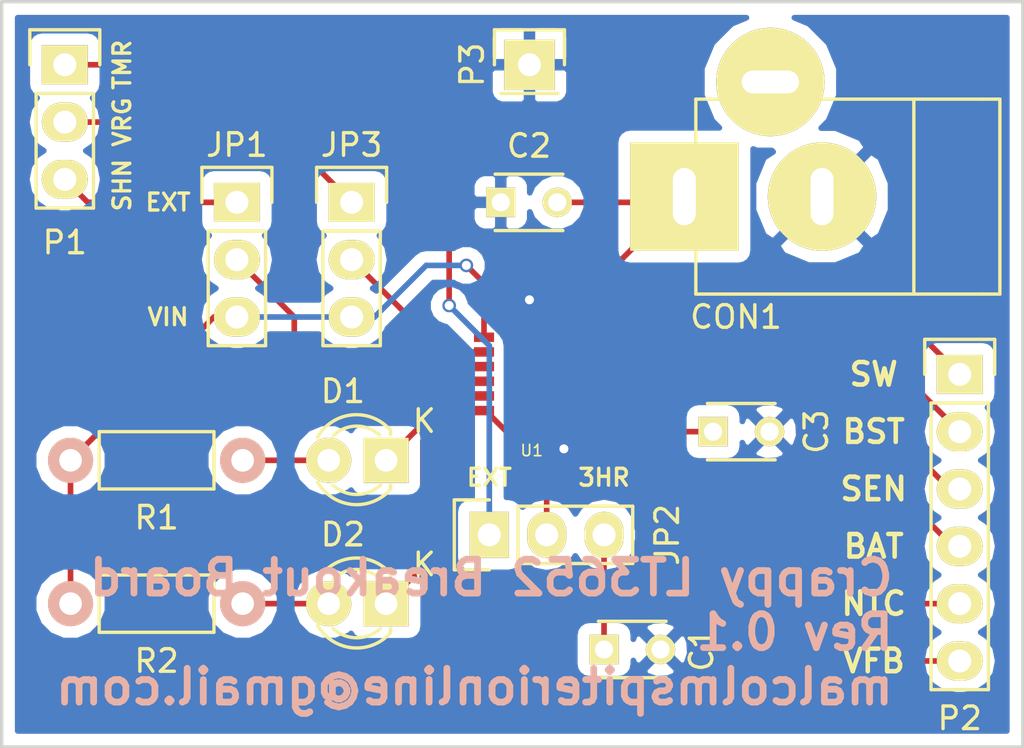
<source format=kicad_pcb>
(kicad_pcb (version 4) (host pcbnew 4.0.1-stable)

  (general
    (links 29)
    (no_connects 0)
    (area 123.876999 91.364999 169.239001 124.535001)
    (thickness 1.6)
    (drawings 18)
    (tracks 73)
    (zones 0)
    (modules 15)
    (nets 21)
  )

  (page A4)
  (title_block
    (title "Crappy LT3652 Breakout")
    (date 2016-02-16)
    (rev 0.1)
    (company "Malcolm Spiteri")
  )

  (layers
    (0 F.Cu signal)
    (31 B.Cu signal hide)
    (32 B.Adhes user)
    (33 F.Adhes user)
    (34 B.Paste user)
    (35 F.Paste user)
    (36 B.SilkS user)
    (37 F.SilkS user)
    (38 B.Mask user)
    (39 F.Mask user)
    (40 Dwgs.User user)
    (41 Cmts.User user)
    (42 Eco1.User user)
    (43 Eco2.User user)
    (44 Edge.Cuts user)
    (45 Margin user)
    (46 B.CrtYd user)
    (47 F.CrtYd user)
    (48 B.Fab user)
    (49 F.Fab user)
  )

  (setup
    (last_trace_width 0.25)
    (trace_clearance 0.2)
    (zone_clearance 0.508)
    (zone_45_only no)
    (trace_min 0.2)
    (segment_width 0.2)
    (edge_width 0.15)
    (via_size 0.6)
    (via_drill 0.4)
    (via_min_size 0.4)
    (via_min_drill 0.3)
    (uvia_size 0.3)
    (uvia_drill 0.1)
    (uvias_allowed no)
    (uvia_min_size 0.2)
    (uvia_min_drill 0.1)
    (pcb_text_width 0.3)
    (pcb_text_size 1.5 1.5)
    (mod_edge_width 0.15)
    (mod_text_size 1 1)
    (mod_text_width 0.15)
    (pad_size 1.524 1.524)
    (pad_drill 0.762)
    (pad_to_mask_clearance 0.2)
    (aux_axis_origin 0 0)
    (grid_origin 147.066 107.95)
    (visible_elements 7FFCFFFF)
    (pcbplotparams
      (layerselection 0x010f0_80000001)
      (usegerberextensions false)
      (excludeedgelayer true)
      (linewidth 0.100000)
      (plotframeref false)
      (viasonmask false)
      (mode 1)
      (useauxorigin false)
      (hpglpennumber 1)
      (hpglpenspeed 20)
      (hpglpendiameter 15)
      (hpglpenoverlay 2)
      (psnegative false)
      (psa4output false)
      (plotreference true)
      (plotvalue true)
      (plotinvisibletext false)
      (padsonsilk false)
      (subtractmaskfromsilk false)
      (outputformat 1)
      (mirror false)
      (drillshape 0)
      (scaleselection 1)
      (outputdirectory gerber/))
  )

  (net 0 "")
  (net 1 "Net-(D1-Pad1)")
  (net 2 "Net-(D1-Pad2)")
  (net 3 "Net-(D2-Pad1)")
  (net 4 "Net-(D2-Pad2)")
  (net 5 "Net-(JP1-Pad1)")
  (net 6 VREG)
  (net 7 VIN)
  (net 8 "Net-(JP2-Pad1)")
  (net 9 TIMER)
  (net 10 "Net-(C1-Pad1)")
  (net 11 "Net-(JP3-Pad1)")
  (net 12 SHDN)
  (net 13 GND)
  (net 14 "Net-(CON1-Pad3)")
  (net 15 "Net-(C3-Pad1)")
  (net 16 "Net-(P2-Pad1)")
  (net 17 "Net-(P2-Pad2)")
  (net 18 "Net-(P2-Pad3)")
  (net 19 "Net-(P2-Pad5)")
  (net 20 "Net-(P2-Pad6)")

  (net_class Default "This is the default net class."
    (clearance 0.2)
    (trace_width 0.25)
    (via_dia 0.6)
    (via_drill 0.4)
    (uvia_dia 0.3)
    (uvia_drill 0.1)
    (add_net GND)
    (add_net "Net-(C1-Pad1)")
    (add_net "Net-(C3-Pad1)")
    (add_net "Net-(CON1-Pad3)")
    (add_net "Net-(D1-Pad1)")
    (add_net "Net-(D1-Pad2)")
    (add_net "Net-(D2-Pad1)")
    (add_net "Net-(D2-Pad2)")
    (add_net "Net-(JP1-Pad1)")
    (add_net "Net-(JP2-Pad1)")
    (add_net "Net-(JP3-Pad1)")
    (add_net "Net-(P2-Pad1)")
    (add_net "Net-(P2-Pad2)")
    (add_net "Net-(P2-Pad3)")
    (add_net "Net-(P2-Pad5)")
    (add_net "Net-(P2-Pad6)")
    (add_net SHDN)
    (add_net TIMER)
    (add_net VIN)
    (add_net VREG)
  )

  (module Capacitors_ThroughHole:C_Disc_D3_P2.5 (layer F.Cu) (tedit 56C3660B) (tstamp 56C26F47)
    (at 150.622 120.142)
    (descr "Capacitor 3mm Disc, Pitch 2.5mm")
    (tags Capacitor)
    (path /56C2AA0E)
    (fp_text reference C1 (at 4.318 0 90) (layer F.SilkS)
      (effects (font (size 1 1) (thickness 0.15)))
    )
    (fp_text value 0.68uF (at 1.25 2.5) (layer F.Fab)
      (effects (font (size 0.5 0.5) (thickness 0.075)))
    )
    (fp_line (start -0.9 -1.5) (end 3.4 -1.5) (layer F.CrtYd) (width 0.05))
    (fp_line (start 3.4 -1.5) (end 3.4 1.5) (layer F.CrtYd) (width 0.05))
    (fp_line (start 3.4 1.5) (end -0.9 1.5) (layer F.CrtYd) (width 0.05))
    (fp_line (start -0.9 1.5) (end -0.9 -1.5) (layer F.CrtYd) (width 0.05))
    (fp_line (start -0.25 -1.25) (end 2.75 -1.25) (layer F.SilkS) (width 0.15))
    (fp_line (start 2.75 1.25) (end -0.25 1.25) (layer F.SilkS) (width 0.15))
    (pad 1 thru_hole rect (at 0 0) (size 1.3 1.3) (drill 0.8) (layers *.Cu *.Mask F.SilkS)
      (net 10 "Net-(C1-Pad1)"))
    (pad 2 thru_hole circle (at 2.5 0) (size 1.3 1.3) (drill 0.8001) (layers *.Cu *.Mask F.SilkS)
      (net 13 GND))
    (model Capacitors_ThroughHole.3dshapes/C_Disc_D3_P2.5.wrl
      (at (xyz 0.0492126 0 0))
      (scale (xyz 1 1 1))
      (rotate (xyz 0 0 0))
    )
  )

  (module Connect:JACK_ALIM (layer F.Cu) (tedit 56C3685B) (tstamp 56C26F5A)
    (at 160.274 100.076 180)
    (descr "module 1 pin (ou trou mecanique de percage)")
    (tags "CONN JACK")
    (path /56C2A4EA)
    (fp_text reference CON1 (at 3.81 -5.334 180) (layer F.SilkS)
      (effects (font (size 1 1) (thickness 0.15)))
    )
    (fp_text value "SLR PNL" (at -5.08 5.588 180) (layer F.Fab)
      (effects (font (size 1 1) (thickness 0.15)))
    )
    (fp_line (start -7.112 -4.318) (end -7.874 -4.318) (layer F.SilkS) (width 0.15))
    (fp_line (start -7.874 -4.318) (end -7.874 4.318) (layer F.SilkS) (width 0.15))
    (fp_line (start -7.874 4.318) (end -7.112 4.318) (layer F.SilkS) (width 0.15))
    (fp_line (start -4.064 -4.318) (end -4.064 4.318) (layer F.SilkS) (width 0.15))
    (fp_line (start 5.588 -4.318) (end 5.588 4.318) (layer F.SilkS) (width 0.15))
    (fp_line (start -7.112 4.318) (end 5.588 4.318) (layer F.SilkS) (width 0.15))
    (fp_line (start -7.112 -4.318) (end 5.588 -4.318) (layer F.SilkS) (width 0.15))
    (pad 2 thru_hole circle (at 0 0 180) (size 4.8006 4.8006) (drill oval 1.016 2.54) (layers *.Cu *.Mask F.SilkS)
      (net 13 GND))
    (pad 1 thru_hole rect (at 6.096 0 180) (size 4.8006 4.8006) (drill oval 1.016 2.54) (layers *.Cu *.Mask F.SilkS)
      (net 7 VIN))
    (pad 3 thru_hole circle (at 2.286 5.08 180) (size 4.8006 4.8006) (drill oval 2.54 1.016) (layers *.Cu *.Mask F.SilkS)
      (net 14 "Net-(CON1-Pad3)"))
    (model Connect.3dshapes/JACK_ALIM.wrl
      (at (xyz 0 0 0))
      (scale (xyz 0.8 0.8 0.8))
      (rotate (xyz 0 0 0))
    )
  )

  (module LEDs:LED-3MM (layer F.Cu) (tedit 56C3662F) (tstamp 56C26F60)
    (at 140.97 111.76 180)
    (descr "LED 3mm round vertical")
    (tags "LED  3mm round vertical")
    (path /56C26334)
    (fp_text reference D1 (at 1.91 3.06 180) (layer F.SilkS)
      (effects (font (size 1 1) (thickness 0.15)))
    )
    (fp_text value "" (at 1.3 -2.9 180) (layer F.Fab)
      (effects (font (size 1 1) (thickness 0.15)))
    )
    (fp_line (start -1.2 2.3) (end 3.8 2.3) (layer F.CrtYd) (width 0.05))
    (fp_line (start 3.8 2.3) (end 3.8 -2.2) (layer F.CrtYd) (width 0.05))
    (fp_line (start 3.8 -2.2) (end -1.2 -2.2) (layer F.CrtYd) (width 0.05))
    (fp_line (start -1.2 -2.2) (end -1.2 2.3) (layer F.CrtYd) (width 0.05))
    (fp_line (start -0.199 1.314) (end -0.199 1.114) (layer F.SilkS) (width 0.15))
    (fp_line (start -0.199 -1.28) (end -0.199 -1.1) (layer F.SilkS) (width 0.15))
    (fp_arc (start 1.301 0.034) (end -0.199 -1.286) (angle 108.5) (layer F.SilkS) (width 0.15))
    (fp_arc (start 1.301 0.034) (end 0.25 -1.1) (angle 85.7) (layer F.SilkS) (width 0.15))
    (fp_arc (start 1.311 0.034) (end 3.051 0.994) (angle 110) (layer F.SilkS) (width 0.15))
    (fp_arc (start 1.301 0.034) (end 2.335 1.094) (angle 87.5) (layer F.SilkS) (width 0.15))
    (fp_text user K (at -1.69 1.74 180) (layer F.SilkS)
      (effects (font (size 1 1) (thickness 0.15)))
    )
    (pad 1 thru_hole rect (at 0 0 270) (size 2 2) (drill 1.00076) (layers *.Cu *.Mask F.SilkS)
      (net 1 "Net-(D1-Pad1)"))
    (pad 2 thru_hole circle (at 2.54 0 180) (size 2 2) (drill 1.00076) (layers *.Cu *.Mask F.SilkS)
      (net 2 "Net-(D1-Pad2)"))
    (model LEDs.3dshapes/LED-3MM.wrl
      (at (xyz 0.05 0 0))
      (scale (xyz 1 1 1))
      (rotate (xyz 0 0 90))
    )
  )

  (module LEDs:LED-3MM (layer F.Cu) (tedit 56C36635) (tstamp 56C26F66)
    (at 140.97 118.11 180)
    (descr "LED 3mm round vertical")
    (tags "LED  3mm round vertical")
    (path /56C2636F)
    (fp_text reference D2 (at 1.91 3.06 180) (layer F.SilkS)
      (effects (font (size 1 1) (thickness 0.15)))
    )
    (fp_text value "" (at 1.3 -2.9 180) (layer F.Fab)
      (effects (font (size 1 1) (thickness 0.15)))
    )
    (fp_line (start -1.2 2.3) (end 3.8 2.3) (layer F.CrtYd) (width 0.05))
    (fp_line (start 3.8 2.3) (end 3.8 -2.2) (layer F.CrtYd) (width 0.05))
    (fp_line (start 3.8 -2.2) (end -1.2 -2.2) (layer F.CrtYd) (width 0.05))
    (fp_line (start -1.2 -2.2) (end -1.2 2.3) (layer F.CrtYd) (width 0.05))
    (fp_line (start -0.199 1.314) (end -0.199 1.114) (layer F.SilkS) (width 0.15))
    (fp_line (start -0.199 -1.28) (end -0.199 -1.1) (layer F.SilkS) (width 0.15))
    (fp_arc (start 1.301 0.034) (end -0.199 -1.286) (angle 108.5) (layer F.SilkS) (width 0.15))
    (fp_arc (start 1.301 0.034) (end 0.25 -1.1) (angle 85.7) (layer F.SilkS) (width 0.15))
    (fp_arc (start 1.311 0.034) (end 3.051 0.994) (angle 110) (layer F.SilkS) (width 0.15))
    (fp_arc (start 1.301 0.034) (end 2.335 1.094) (angle 87.5) (layer F.SilkS) (width 0.15))
    (fp_text user K (at -1.69 1.74 180) (layer F.SilkS)
      (effects (font (size 1 1) (thickness 0.15)))
    )
    (pad 1 thru_hole rect (at 0 0 270) (size 2 2) (drill 1.00076) (layers *.Cu *.Mask F.SilkS)
      (net 3 "Net-(D2-Pad1)"))
    (pad 2 thru_hole circle (at 2.54 0 180) (size 2 2) (drill 1.00076) (layers *.Cu *.Mask F.SilkS)
      (net 4 "Net-(D2-Pad2)"))
    (model LEDs.3dshapes/LED-3MM.wrl
      (at (xyz 0.05 0 0))
      (scale (xyz 1 1 1))
      (rotate (xyz 0 0 90))
    )
  )

  (module Pin_Headers:Pin_Header_Straight_1x03 (layer F.Cu) (tedit 56C36E31) (tstamp 56C26F6D)
    (at 134.366 100.33)
    (descr "Through hole pin header")
    (tags "pin header")
    (path /56C26FC5)
    (fp_text reference JP1 (at 0 -2.54 180) (layer F.SilkS)
      (effects (font (size 1 1) (thickness 0.15)))
    )
    (fp_text value "SHDN OPT" (at 2.54 2.54 90) (layer F.Fab)
      (effects (font (size 1 1) (thickness 0.15)))
    )
    (fp_line (start -1.75 -1.75) (end -1.75 6.85) (layer F.CrtYd) (width 0.05))
    (fp_line (start 1.75 -1.75) (end 1.75 6.85) (layer F.CrtYd) (width 0.05))
    (fp_line (start -1.75 -1.75) (end 1.75 -1.75) (layer F.CrtYd) (width 0.05))
    (fp_line (start -1.75 6.85) (end 1.75 6.85) (layer F.CrtYd) (width 0.05))
    (fp_line (start -1.27 1.27) (end -1.27 6.35) (layer F.SilkS) (width 0.15))
    (fp_line (start -1.27 6.35) (end 1.27 6.35) (layer F.SilkS) (width 0.15))
    (fp_line (start 1.27 6.35) (end 1.27 1.27) (layer F.SilkS) (width 0.15))
    (fp_line (start 1.55 -1.55) (end 1.55 0) (layer F.SilkS) (width 0.15))
    (fp_line (start 1.27 1.27) (end -1.27 1.27) (layer F.SilkS) (width 0.15))
    (fp_line (start -1.55 0) (end -1.55 -1.55) (layer F.SilkS) (width 0.15))
    (fp_line (start -1.55 -1.55) (end 1.55 -1.55) (layer F.SilkS) (width 0.15))
    (pad 1 thru_hole rect (at 0 0) (size 2.032 1.7272) (drill 1.016) (layers *.Cu *.Mask F.SilkS)
      (net 5 "Net-(JP1-Pad1)"))
    (pad 2 thru_hole oval (at 0 2.54) (size 2.032 1.7272) (drill 1.016) (layers *.Cu *.Mask F.SilkS)
      (net 12 SHDN))
    (pad 3 thru_hole oval (at 0 5.08) (size 2.032 1.7272) (drill 1.016) (layers *.Cu *.Mask F.SilkS)
      (net 7 VIN))
    (model Pin_Headers.3dshapes/Pin_Header_Straight_1x03.wrl
      (at (xyz 0 -0.1 0))
      (scale (xyz 1 1 1))
      (rotate (xyz 0 0 90))
    )
  )

  (module Pin_Headers:Pin_Header_Straight_1x03 (layer F.Cu) (tedit 56C36848) (tstamp 56C26F74)
    (at 145.542 115.062 90)
    (descr "Through hole pin header")
    (tags "pin header")
    (path /56C28A94)
    (fp_text reference JP2 (at 0 7.874 270) (layer F.SilkS)
      (effects (font (size 1 1) (thickness 0.15)))
    )
    (fp_text value "TIMER OPT" (at -2.54 2.54 180) (layer F.Fab)
      (effects (font (size 1 1) (thickness 0.15)))
    )
    (fp_line (start -1.75 -1.75) (end -1.75 6.85) (layer F.CrtYd) (width 0.05))
    (fp_line (start 1.75 -1.75) (end 1.75 6.85) (layer F.CrtYd) (width 0.05))
    (fp_line (start -1.75 -1.75) (end 1.75 -1.75) (layer F.CrtYd) (width 0.05))
    (fp_line (start -1.75 6.85) (end 1.75 6.85) (layer F.CrtYd) (width 0.05))
    (fp_line (start -1.27 1.27) (end -1.27 6.35) (layer F.SilkS) (width 0.15))
    (fp_line (start -1.27 6.35) (end 1.27 6.35) (layer F.SilkS) (width 0.15))
    (fp_line (start 1.27 6.35) (end 1.27 1.27) (layer F.SilkS) (width 0.15))
    (fp_line (start 1.55 -1.55) (end 1.55 0) (layer F.SilkS) (width 0.15))
    (fp_line (start 1.27 1.27) (end -1.27 1.27) (layer F.SilkS) (width 0.15))
    (fp_line (start -1.55 0) (end -1.55 -1.55) (layer F.SilkS) (width 0.15))
    (fp_line (start -1.55 -1.55) (end 1.55 -1.55) (layer F.SilkS) (width 0.15))
    (pad 1 thru_hole rect (at 0 0 90) (size 2.032 1.7272) (drill 1.016) (layers *.Cu *.Mask F.SilkS)
      (net 8 "Net-(JP2-Pad1)"))
    (pad 2 thru_hole oval (at 0 2.54 90) (size 2.032 1.7272) (drill 1.016) (layers *.Cu *.Mask F.SilkS)
      (net 9 TIMER))
    (pad 3 thru_hole oval (at 0 5.08 90) (size 2.032 1.7272) (drill 1.016) (layers *.Cu *.Mask F.SilkS)
      (net 10 "Net-(C1-Pad1)"))
    (model Pin_Headers.3dshapes/Pin_Header_Straight_1x03.wrl
      (at (xyz 0 -0.1 0))
      (scale (xyz 1 1 1))
      (rotate (xyz 0 0 90))
    )
  )

  (module Pin_Headers:Pin_Header_Straight_1x03 (layer F.Cu) (tedit 56C3670A) (tstamp 56C26F7B)
    (at 139.446 100.33)
    (descr "Through hole pin header")
    (tags "pin header")
    (path /56C28546)
    (fp_text reference JP3 (at 0 -2.54) (layer F.SilkS)
      (effects (font (size 1 1) (thickness 0.15)))
    )
    (fp_text value "VREG OPT" (at 2.54 2.54 90) (layer F.Fab)
      (effects (font (size 1 1) (thickness 0.15)))
    )
    (fp_line (start -1.75 -1.75) (end -1.75 6.85) (layer F.CrtYd) (width 0.05))
    (fp_line (start 1.75 -1.75) (end 1.75 6.85) (layer F.CrtYd) (width 0.05))
    (fp_line (start -1.75 -1.75) (end 1.75 -1.75) (layer F.CrtYd) (width 0.05))
    (fp_line (start -1.75 6.85) (end 1.75 6.85) (layer F.CrtYd) (width 0.05))
    (fp_line (start -1.27 1.27) (end -1.27 6.35) (layer F.SilkS) (width 0.15))
    (fp_line (start -1.27 6.35) (end 1.27 6.35) (layer F.SilkS) (width 0.15))
    (fp_line (start 1.27 6.35) (end 1.27 1.27) (layer F.SilkS) (width 0.15))
    (fp_line (start 1.55 -1.55) (end 1.55 0) (layer F.SilkS) (width 0.15))
    (fp_line (start 1.27 1.27) (end -1.27 1.27) (layer F.SilkS) (width 0.15))
    (fp_line (start -1.55 0) (end -1.55 -1.55) (layer F.SilkS) (width 0.15))
    (fp_line (start -1.55 -1.55) (end 1.55 -1.55) (layer F.SilkS) (width 0.15))
    (pad 1 thru_hole rect (at 0 0) (size 2.032 1.7272) (drill 1.016) (layers *.Cu *.Mask F.SilkS)
      (net 11 "Net-(JP3-Pad1)"))
    (pad 2 thru_hole oval (at 0 2.54) (size 2.032 1.7272) (drill 1.016) (layers *.Cu *.Mask F.SilkS)
      (net 6 VREG))
    (pad 3 thru_hole oval (at 0 5.08) (size 2.032 1.7272) (drill 1.016) (layers *.Cu *.Mask F.SilkS)
      (net 7 VIN))
    (model Pin_Headers.3dshapes/Pin_Header_Straight_1x03.wrl
      (at (xyz 0 -0.1 0))
      (scale (xyz 1 1 1))
      (rotate (xyz 0 0 90))
    )
  )

  (module Pin_Headers:Pin_Header_Straight_1x03 (layer F.Cu) (tedit 56C36C31) (tstamp 56C26F82)
    (at 126.746 94.234)
    (descr "Through hole pin header")
    (tags "pin header")
    (path /56C28292)
    (fp_text reference P1 (at 0 7.874) (layer F.SilkS)
      (effects (font (size 1 1) (thickness 0.15)))
    )
    (fp_text value "" (at 2.54 2.54 90) (layer F.Fab)
      (effects (font (size 1 1) (thickness 0.15)))
    )
    (fp_line (start -1.75 -1.75) (end -1.75 6.85) (layer F.CrtYd) (width 0.05))
    (fp_line (start 1.75 -1.75) (end 1.75 6.85) (layer F.CrtYd) (width 0.05))
    (fp_line (start -1.75 -1.75) (end 1.75 -1.75) (layer F.CrtYd) (width 0.05))
    (fp_line (start -1.75 6.85) (end 1.75 6.85) (layer F.CrtYd) (width 0.05))
    (fp_line (start -1.27 1.27) (end -1.27 6.35) (layer F.SilkS) (width 0.15))
    (fp_line (start -1.27 6.35) (end 1.27 6.35) (layer F.SilkS) (width 0.15))
    (fp_line (start 1.27 6.35) (end 1.27 1.27) (layer F.SilkS) (width 0.15))
    (fp_line (start 1.55 -1.55) (end 1.55 0) (layer F.SilkS) (width 0.15))
    (fp_line (start 1.27 1.27) (end -1.27 1.27) (layer F.SilkS) (width 0.15))
    (fp_line (start -1.55 0) (end -1.55 -1.55) (layer F.SilkS) (width 0.15))
    (fp_line (start -1.55 -1.55) (end 1.55 -1.55) (layer F.SilkS) (width 0.15))
    (pad 1 thru_hole rect (at 0 0) (size 2.032 1.7272) (drill 1.016) (layers *.Cu *.Mask F.SilkS)
      (net 8 "Net-(JP2-Pad1)"))
    (pad 2 thru_hole oval (at 0 2.54) (size 2.032 1.7272) (drill 1.016) (layers *.Cu *.Mask F.SilkS)
      (net 11 "Net-(JP3-Pad1)"))
    (pad 3 thru_hole oval (at 0 5.08) (size 2.032 1.7272) (drill 1.016) (layers *.Cu *.Mask F.SilkS)
      (net 5 "Net-(JP1-Pad1)"))
    (model Pin_Headers.3dshapes/Pin_Header_Straight_1x03.wrl
      (at (xyz 0 -0.1 0))
      (scale (xyz 1 1 1))
      (rotate (xyz 0 0 90))
    )
  )

  (module Pin_Headers:Pin_Header_Straight_1x06 (layer F.Cu) (tedit 56C35F9F) (tstamp 56C26F8C)
    (at 166.37 107.95)
    (descr "Through hole pin header")
    (tags "pin header")
    (path /56C21C8F)
    (fp_text reference P2 (at 0 15.24) (layer F.SilkS)
      (effects (font (size 1 1) (thickness 0.15)))
    )
    (fp_text value "" (at 2.54 6.35 90) (layer F.Fab)
      (effects (font (size 1 1) (thickness 0.15)))
    )
    (fp_line (start -1.75 -1.75) (end -1.75 14.45) (layer F.CrtYd) (width 0.05))
    (fp_line (start 1.75 -1.75) (end 1.75 14.45) (layer F.CrtYd) (width 0.05))
    (fp_line (start -1.75 -1.75) (end 1.75 -1.75) (layer F.CrtYd) (width 0.05))
    (fp_line (start -1.75 14.45) (end 1.75 14.45) (layer F.CrtYd) (width 0.05))
    (fp_line (start 1.27 1.27) (end 1.27 13.97) (layer F.SilkS) (width 0.15))
    (fp_line (start 1.27 13.97) (end -1.27 13.97) (layer F.SilkS) (width 0.15))
    (fp_line (start -1.27 13.97) (end -1.27 1.27) (layer F.SilkS) (width 0.15))
    (fp_line (start 1.55 -1.55) (end 1.55 0) (layer F.SilkS) (width 0.15))
    (fp_line (start 1.27 1.27) (end -1.27 1.27) (layer F.SilkS) (width 0.15))
    (fp_line (start -1.55 0) (end -1.55 -1.55) (layer F.SilkS) (width 0.15))
    (fp_line (start -1.55 -1.55) (end 1.55 -1.55) (layer F.SilkS) (width 0.15))
    (pad 1 thru_hole rect (at 0 0) (size 2.032 1.7272) (drill 1.016) (layers *.Cu *.Mask F.SilkS)
      (net 16 "Net-(P2-Pad1)"))
    (pad 2 thru_hole oval (at 0 2.54) (size 2.032 1.7272) (drill 1.016) (layers *.Cu *.Mask F.SilkS)
      (net 17 "Net-(P2-Pad2)"))
    (pad 3 thru_hole oval (at 0 5.08) (size 2.032 1.7272) (drill 1.016) (layers *.Cu *.Mask F.SilkS)
      (net 18 "Net-(P2-Pad3)"))
    (pad 4 thru_hole oval (at 0 7.62) (size 2.032 1.7272) (drill 1.016) (layers *.Cu *.Mask F.SilkS)
      (net 15 "Net-(C3-Pad1)"))
    (pad 5 thru_hole oval (at 0 10.16) (size 2.032 1.7272) (drill 1.016) (layers *.Cu *.Mask F.SilkS)
      (net 19 "Net-(P2-Pad5)"))
    (pad 6 thru_hole oval (at 0 12.7) (size 2.032 1.7272) (drill 1.016) (layers *.Cu *.Mask F.SilkS)
      (net 20 "Net-(P2-Pad6)"))
    (model Pin_Headers.3dshapes/Pin_Header_Straight_1x06.wrl
      (at (xyz 0 -0.25 0))
      (scale (xyz 1 1 1))
      (rotate (xyz 0 0 90))
    )
  )

  (module Pin_Headers:Pin_Header_Straight_1x01 (layer F.Cu) (tedit 56C366C5) (tstamp 56C26F91)
    (at 147.32 94.234)
    (descr "Through hole pin header")
    (tags "pin header")
    (path /56C22D2B)
    (fp_text reference P3 (at -2.54 0 90) (layer F.SilkS)
      (effects (font (size 1 1) (thickness 0.15)))
    )
    (fp_text value GND (at 2.794 0 90) (layer F.Fab)
      (effects (font (size 1 1) (thickness 0.15)))
    )
    (fp_line (start 1.55 -1.55) (end 1.55 0) (layer F.SilkS) (width 0.15))
    (fp_line (start -1.75 -1.75) (end -1.75 1.75) (layer F.CrtYd) (width 0.05))
    (fp_line (start 1.75 -1.75) (end 1.75 1.75) (layer F.CrtYd) (width 0.05))
    (fp_line (start -1.75 -1.75) (end 1.75 -1.75) (layer F.CrtYd) (width 0.05))
    (fp_line (start -1.75 1.75) (end 1.75 1.75) (layer F.CrtYd) (width 0.05))
    (fp_line (start -1.55 0) (end -1.55 -1.55) (layer F.SilkS) (width 0.15))
    (fp_line (start -1.55 -1.55) (end 1.55 -1.55) (layer F.SilkS) (width 0.15))
    (fp_line (start -1.27 1.27) (end 1.27 1.27) (layer F.SilkS) (width 0.15))
    (pad 1 thru_hole rect (at 0 0) (size 2.2352 2.2352) (drill 1.016) (layers *.Cu *.Mask F.SilkS)
      (net 13 GND))
    (model Pin_Headers.3dshapes/Pin_Header_Straight_1x01.wrl
      (at (xyz 0 0 0))
      (scale (xyz 1 1 1))
      (rotate (xyz 0 0 90))
    )
  )

  (module Resistors_ThroughHole:Resistor_Horizontal_RM7mm (layer F.Cu) (tedit 56C27671) (tstamp 56C26F97)
    (at 134.62 111.76 180)
    (descr "Resistor, Axial,  RM 7.62mm, 1/3W,")
    (tags "Resistor Axial RM 7.62mm 1/3W R3")
    (path /56C263E6)
    (fp_text reference R1 (at 3.81 -2.54 180) (layer F.SilkS)
      (effects (font (size 1 1) (thickness 0.15)))
    )
    (fp_text value 220 (at 7.62 2.54 180) (layer F.Fab)
      (effects (font (size 1 1) (thickness 0.15)))
    )
    (fp_line (start -1.25 -1.5) (end 8.85 -1.5) (layer F.CrtYd) (width 0.05))
    (fp_line (start -1.25 1.5) (end -1.25 -1.5) (layer F.CrtYd) (width 0.05))
    (fp_line (start 8.85 -1.5) (end 8.85 1.5) (layer F.CrtYd) (width 0.05))
    (fp_line (start -1.25 1.5) (end 8.85 1.5) (layer F.CrtYd) (width 0.05))
    (fp_line (start 1.27 -1.27) (end 6.35 -1.27) (layer F.SilkS) (width 0.15))
    (fp_line (start 6.35 -1.27) (end 6.35 1.27) (layer F.SilkS) (width 0.15))
    (fp_line (start 6.35 1.27) (end 1.27 1.27) (layer F.SilkS) (width 0.15))
    (fp_line (start 1.27 1.27) (end 1.27 -1.27) (layer F.SilkS) (width 0.15))
    (pad 1 thru_hole circle (at 0 0 180) (size 1.99898 1.99898) (drill 1.00076) (layers *.Cu *.SilkS *.Mask)
      (net 2 "Net-(D1-Pad2)"))
    (pad 2 thru_hole circle (at 7.62 0 180) (size 1.99898 1.99898) (drill 1.00076) (layers *.Cu *.SilkS *.Mask)
      (net 7 VIN))
  )

  (module Resistors_ThroughHole:Resistor_Horizontal_RM7mm (layer F.Cu) (tedit 56C27673) (tstamp 56C26F9D)
    (at 134.62 118.11 180)
    (descr "Resistor, Axial,  RM 7.62mm, 1/3W,")
    (tags "Resistor Axial RM 7.62mm 1/3W R3")
    (path /56C26441)
    (fp_text reference R2 (at 3.81 -2.54 180) (layer F.SilkS)
      (effects (font (size 1 1) (thickness 0.15)))
    )
    (fp_text value 220 (at 7.62 2.54 180) (layer F.Fab)
      (effects (font (size 1 1) (thickness 0.15)))
    )
    (fp_line (start -1.25 -1.5) (end 8.85 -1.5) (layer F.CrtYd) (width 0.05))
    (fp_line (start -1.25 1.5) (end -1.25 -1.5) (layer F.CrtYd) (width 0.05))
    (fp_line (start 8.85 -1.5) (end 8.85 1.5) (layer F.CrtYd) (width 0.05))
    (fp_line (start -1.25 1.5) (end 8.85 1.5) (layer F.CrtYd) (width 0.05))
    (fp_line (start 1.27 -1.27) (end 6.35 -1.27) (layer F.SilkS) (width 0.15))
    (fp_line (start 6.35 -1.27) (end 6.35 1.27) (layer F.SilkS) (width 0.15))
    (fp_line (start 6.35 1.27) (end 1.27 1.27) (layer F.SilkS) (width 0.15))
    (fp_line (start 1.27 1.27) (end 1.27 -1.27) (layer F.SilkS) (width 0.15))
    (pad 1 thru_hole circle (at 0 0 180) (size 1.99898 1.99898) (drill 1.00076) (layers *.Cu *.SilkS *.Mask)
      (net 4 "Net-(D2-Pad2)"))
    (pad 2 thru_hole circle (at 7.62 0 180) (size 1.99898 1.99898) (drill 1.00076) (layers *.Cu *.SilkS *.Mask)
      (net 7 VIN))
  )

  (module lt3652:LT3652MSE (layer F.Cu) (tedit 56C23029) (tstamp 56C26FAE)
    (at 147.32 107.95)
    (path /56C21ABA)
    (fp_text reference U1 (at 0.1 3.375) (layer F.SilkS)
      (effects (font (size 0.5 0.5) (thickness 0.075)))
    )
    (fp_text value LT3652 (at 0.075 2.575) (layer F.Fab)
      (effects (font (size 0.5 0.5) (thickness 0.075)))
    )
    (pad 6 smd rect (at -2.0125 1.6075 90) (size 0.42 0.889) (layers F.Cu F.Paste F.Mask)
      (net 9 TIMER))
    (pad 5 smd rect (at -2.0125 0.9575 90) (size 0.42 0.889) (layers F.Cu F.Paste F.Mask)
      (net 3 "Net-(D2-Pad1)"))
    (pad 4 smd rect (at -2.0125 0.3075 90) (size 0.42 0.889) (layers F.Cu F.Paste F.Mask)
      (net 1 "Net-(D1-Pad1)"))
    (pad 3 smd rect (at -2.0125 -0.3425 90) (size 0.42 0.889) (layers F.Cu F.Paste F.Mask)
      (net 12 SHDN))
    (pad 2 smd rect (at -2.0125 -0.9925 90) (size 0.42 0.889) (layers F.Cu F.Paste F.Mask)
      (net 6 VREG))
    (pad 1 smd rect (at -2.0125 -1.6425 90) (size 0.42 0.889) (layers F.Cu F.Paste F.Mask)
      (net 7 VIN))
    (pad 12 smd rect (at 2.0875 -1.6425 90) (size 0.42 0.889) (layers F.Cu F.Paste F.Mask)
      (net 16 "Net-(P2-Pad1)"))
    (pad 11 smd rect (at 2.0875 -0.9925 90) (size 0.42 0.889) (layers F.Cu F.Paste F.Mask)
      (net 17 "Net-(P2-Pad2)"))
    (pad 10 smd rect (at 2.0875 -0.3425 90) (size 0.42 0.889) (layers F.Cu F.Paste F.Mask)
      (net 18 "Net-(P2-Pad3)"))
    (pad 9 smd rect (at 2.0875 0.3075 90) (size 0.42 0.889) (layers F.Cu F.Paste F.Mask)
      (net 15 "Net-(C3-Pad1)"))
    (pad 8 smd rect (at 2.0875 0.9575 90) (size 0.42 0.889) (layers F.Cu F.Paste F.Mask)
      (net 19 "Net-(P2-Pad5)"))
    (pad 7 smd rect (at 2.0875 1.6075 90) (size 0.42 0.889) (layers F.Cu F.Paste F.Mask)
      (net 20 "Net-(P2-Pad6)"))
    (pad 13 smd rect (at 0.0125 -0.0375 90) (size 2.845 1.651) (layers F.Cu F.Paste F.Mask)
      (net 13 GND))
  )

  (module Capacitors_ThroughHole:C_Disc_D3_P2.5 (layer F.Cu) (tedit 0) (tstamp 56C2B7D6)
    (at 146.05 100.33)
    (descr "Capacitor 3mm Disc, Pitch 2.5mm")
    (tags Capacitor)
    (path /56C2978D)
    (fp_text reference C2 (at 1.25 -2.5) (layer F.SilkS)
      (effects (font (size 1 1) (thickness 0.15)))
    )
    (fp_text value 10uF (at 1.25 2.5) (layer F.Fab)
      (effects (font (size 1 1) (thickness 0.15)))
    )
    (fp_line (start -0.9 -1.5) (end 3.4 -1.5) (layer F.CrtYd) (width 0.05))
    (fp_line (start 3.4 -1.5) (end 3.4 1.5) (layer F.CrtYd) (width 0.05))
    (fp_line (start 3.4 1.5) (end -0.9 1.5) (layer F.CrtYd) (width 0.05))
    (fp_line (start -0.9 1.5) (end -0.9 -1.5) (layer F.CrtYd) (width 0.05))
    (fp_line (start -0.25 -1.25) (end 2.75 -1.25) (layer F.SilkS) (width 0.15))
    (fp_line (start 2.75 1.25) (end -0.25 1.25) (layer F.SilkS) (width 0.15))
    (pad 1 thru_hole rect (at 0 0) (size 1.3 1.3) (drill 0.8) (layers *.Cu *.Mask F.SilkS)
      (net 13 GND))
    (pad 2 thru_hole circle (at 2.5 0) (size 1.3 1.3) (drill 0.8001) (layers *.Cu *.Mask F.SilkS)
      (net 7 VIN))
    (model Capacitors_ThroughHole.3dshapes/C_Disc_D3_P2.5.wrl
      (at (xyz 0.0492126 0 0))
      (scale (xyz 1 1 1))
      (rotate (xyz 0 0 0))
    )
  )

  (module Capacitors_ThroughHole:C_Disc_D3_P2.5 (layer F.Cu) (tedit 56C36865) (tstamp 56C2B7DC)
    (at 155.448 110.49)
    (descr "Capacitor 3mm Disc, Pitch 2.5mm")
    (tags Capacitor)
    (path /56C2D406)
    (fp_text reference C3 (at 4.572 0 90) (layer F.SilkS)
      (effects (font (size 1 1) (thickness 0.15)))
    )
    (fp_text value 10uF (at 1.25 2.5) (layer F.Fab)
      (effects (font (size 1 1) (thickness 0.15)))
    )
    (fp_line (start -0.9 -1.5) (end 3.4 -1.5) (layer F.CrtYd) (width 0.05))
    (fp_line (start 3.4 -1.5) (end 3.4 1.5) (layer F.CrtYd) (width 0.05))
    (fp_line (start 3.4 1.5) (end -0.9 1.5) (layer F.CrtYd) (width 0.05))
    (fp_line (start -0.9 1.5) (end -0.9 -1.5) (layer F.CrtYd) (width 0.05))
    (fp_line (start -0.25 -1.25) (end 2.75 -1.25) (layer F.SilkS) (width 0.15))
    (fp_line (start 2.75 1.25) (end -0.25 1.25) (layer F.SilkS) (width 0.15))
    (pad 1 thru_hole rect (at 0 0) (size 1.3 1.3) (drill 0.8) (layers *.Cu *.Mask F.SilkS)
      (net 15 "Net-(C3-Pad1)"))
    (pad 2 thru_hole circle (at 2.5 0) (size 1.3 1.3) (drill 0.8001) (layers *.Cu *.Mask F.SilkS)
      (net 13 GND))
    (model Capacitors_ThroughHole.3dshapes/C_Disc_D3_P2.5.wrl
      (at (xyz 0.0492126 0 0))
      (scale (xyz 1 1 1))
      (rotate (xyz 0 0 0))
    )
  )

  (gr_text SHN (at 129.286 99.568 90) (layer F.SilkS)
    (effects (font (size 0.75 0.75) (thickness 0.15)))
  )
  (gr_text VRG (at 129.286 96.774 90) (layer F.SilkS)
    (effects (font (size 0.75 0.75) (thickness 0.15)))
  )
  (gr_text TMR (at 129.286 94.234 90) (layer F.SilkS)
    (effects (font (size 0.75 0.75) (thickness 0.15)))
  )
  (gr_text "Crappy LT3652 Breakout Board\nRev 0.1\nmalcolmspiterionline@gmail.com" (at 163.576 119.38) (layer B.SilkS)
    (effects (font (size 1.5 1.5) (thickness 0.3)) (justify left mirror))
  )
  (gr_text VIN (at 131.318 105.41) (layer F.SilkS)
    (effects (font (size 0.75 0.75) (thickness 0.15)))
  )
  (gr_text EXT (at 131.318 100.33) (layer F.SilkS)
    (effects (font (size 0.75 0.75) (thickness 0.15)))
  )
  (gr_text EXT (at 145.542 112.522) (layer F.SilkS)
    (effects (font (size 0.75 0.75) (thickness 0.15)))
  )
  (gr_text 3HR (at 150.622 112.522) (layer F.SilkS)
    (effects (font (size 0.75 0.75) (thickness 0.15)))
  )
  (gr_line (start 123.952 91.44) (end 169.164 91.44) (angle 90) (layer Edge.Cuts) (width 0.15))
  (gr_line (start 123.952 124.46) (end 123.952 91.44) (angle 90) (layer Edge.Cuts) (width 0.15))
  (gr_line (start 169.164 124.46) (end 123.952 124.46) (angle 90) (layer Edge.Cuts) (width 0.15))
  (gr_line (start 169.164 91.44) (end 169.164 124.46) (angle 90) (layer Edge.Cuts) (width 0.15))
  (gr_text VFB (at 162.56 120.65) (layer F.SilkS)
    (effects (font (size 1 1) (thickness 0.2)))
  )
  (gr_text NTC (at 162.56 118.11) (layer F.SilkS)
    (effects (font (size 1 1) (thickness 0.2)))
  )
  (gr_text BAT (at 162.56 115.57) (layer F.SilkS)
    (effects (font (size 1 1) (thickness 0.2)))
  )
  (gr_text SEN (at 162.56 113.03) (layer F.SilkS)
    (effects (font (size 1 1) (thickness 0.2)))
  )
  (gr_text BST (at 162.56 110.49) (layer F.SilkS)
    (effects (font (size 1 1) (thickness 0.2)))
  )
  (gr_text SW (at 162.56 107.95) (layer F.SilkS)
    (effects (font (size 1 1) (thickness 0.2)))
  )

  (segment (start 145.3075 108.2575) (end 144.4725 108.2575) (width 0.25) (layer F.Cu) (net 1))
  (segment (start 144.4725 108.2575) (end 140.97 111.76) (width 0.25) (layer F.Cu) (net 1) (tstamp 56C27C95))
  (segment (start 134.62 111.76) (end 138.43 111.76) (width 0.25) (layer F.Cu) (net 2))
  (segment (start 145.3075 108.9075) (end 144.5925 108.9075) (width 0.25) (layer F.Cu) (net 3))
  (segment (start 142.6 116.48) (end 140.97 118.11) (width 0.25) (layer F.Cu) (net 3) (tstamp 56C27CC2))
  (segment (start 142.6 110.9) (end 142.6 116.48) (width 0.25) (layer F.Cu) (net 3) (tstamp 56C27CB9))
  (segment (start 144.5925 108.9075) (end 142.6 110.9) (width 0.25) (layer F.Cu) (net 3) (tstamp 56C27CA5))
  (segment (start 134.62 118.11) (end 138.43 118.11) (width 0.25) (layer F.Cu) (net 4))
  (segment (start 134.366 100.33) (end 127.762 100.33) (width 0.25) (layer F.Cu) (net 5) (status 10))
  (segment (start 127.762 100.33) (end 126.746 99.314) (width 0.25) (layer F.Cu) (net 5) (tstamp 56C369D2))
  (segment (start 145.3075 106.9575) (end 143.5335 106.9575) (width 0.25) (layer F.Cu) (net 6))
  (segment (start 143.5335 106.9575) (end 139.446 102.87) (width 0.25) (layer F.Cu) (net 6) (tstamp 56C36142))
  (segment (start 127 118.11) (end 127 111.76) (width 0.25) (layer F.Cu) (net 7))
  (segment (start 134.366 105.41) (end 133.35 105.41) (width 0.25) (layer F.Cu) (net 7))
  (segment (start 133.35 105.41) (end 127 111.76) (width 0.25) (layer F.Cu) (net 7) (tstamp 56C36E45))
  (segment (start 139.446 105.41) (end 140.462 105.41) (width 0.25) (layer B.Cu) (net 7))
  (segment (start 140.462 105.41) (end 142.748 103.124) (width 0.25) (layer B.Cu) (net 7) (tstamp 56C367CD))
  (segment (start 145.3075 103.9055) (end 145.3075 104.902) (width 0.25) (layer F.Cu) (net 7) (tstamp 56C367E3))
  (segment (start 144.526 103.124) (end 145.3075 103.9055) (width 0.25) (layer F.Cu) (net 7) (tstamp 56C367E2))
  (via (at 144.526 103.124) (size 0.6) (drill 0.4) (layers F.Cu B.Cu) (net 7))
  (segment (start 142.748 103.124) (end 144.526 103.124) (width 0.25) (layer B.Cu) (net 7) (tstamp 56C367DE))
  (segment (start 127 111.76) (end 127 110.998) (width 0.25) (layer F.Cu) (net 7))
  (segment (start 134.366 105.41) (end 139.446 105.41) (width 0.25) (layer B.Cu) (net 7) (status 10))
  (segment (start 148.55 100.33) (end 153.924 100.33) (width 0.25) (layer F.Cu) (net 7))
  (segment (start 153.924 100.33) (end 154.178 100.076) (width 0.25) (layer F.Cu) (net 7) (tstamp 56C3625D))
  (segment (start 145.3075 106.3075) (end 145.3075 104.902) (width 0.25) (layer F.Cu) (net 7))
  (segment (start 145.3075 104.902) (end 145.3075 104.8825) (width 0.25) (layer F.Cu) (net 7) (tstamp 56C36412))
  (segment (start 151.13 103.124) (end 154.178 100.076) (width 0.25) (layer F.Cu) (net 7) (tstamp 56C3624D))
  (segment (start 147.066 103.124) (end 151.13 103.124) (width 0.25) (layer F.Cu) (net 7) (tstamp 56C36248))
  (segment (start 145.3075 104.8825) (end 147.066 103.124) (width 0.25) (layer F.Cu) (net 7) (tstamp 56C3623B))
  (segment (start 153.924 100.33) (end 153.924 100.05568) (width 0.25) (layer F.Cu) (net 7))
  (segment (start 126.746 94.234) (end 137.668 94.234) (width 0.25) (layer F.Cu) (net 8))
  (segment (start 145.542 106.68) (end 145.542 115.062) (width 0.25) (layer B.Cu) (net 8) (tstamp 56C36A23))
  (segment (start 143.764 104.902) (end 145.542 106.68) (width 0.25) (layer B.Cu) (net 8) (tstamp 56C36A22))
  (via (at 143.764 104.902) (size 0.6) (drill 0.4) (layers F.Cu B.Cu) (net 8))
  (segment (start 143.764 100.33) (end 143.764 104.902) (width 0.25) (layer F.Cu) (net 8) (tstamp 56C36A15))
  (segment (start 137.668 94.234) (end 143.764 100.33) (width 0.25) (layer F.Cu) (net 8) (tstamp 56C369FE))
  (segment (start 145.3075 109.5575) (end 145.3715 109.5575) (width 0.25) (layer F.Cu) (net 9))
  (segment (start 145.3715 109.5575) (end 148.082 112.268) (width 0.25) (layer F.Cu) (net 9) (tstamp 56C365A6))
  (segment (start 148.082 112.268) (end 148.082 115.062) (width 0.25) (layer F.Cu) (net 9) (tstamp 56C365AC))
  (segment (start 150.622 120.142) (end 150.622 115.062) (width 0.25) (layer F.Cu) (net 10))
  (segment (start 139.446 100.33) (end 135.89 96.774) (width 0.25) (layer F.Cu) (net 11))
  (segment (start 135.89 96.774) (end 126.746 96.774) (width 0.25) (layer F.Cu) (net 11) (tstamp 56C369DB))
  (segment (start 145.3075 107.6075) (end 137.0715 107.6075) (width 0.25) (layer F.Cu) (net 12))
  (segment (start 136.906 105.41) (end 134.366 102.87) (width 0.25) (layer F.Cu) (net 12) (tstamp 56C36E6E))
  (segment (start 136.906 107.442) (end 136.906 105.41) (width 0.25) (layer F.Cu) (net 12) (tstamp 56C36E6B))
  (segment (start 137.0715 107.6075) (end 136.906 107.442) (width 0.25) (layer F.Cu) (net 12) (tstamp 56C36E66))
  (segment (start 147.3325 107.9125) (end 147.3325 109.7405) (width 0.25) (layer F.Cu) (net 13))
  (via (at 148.844 111.252) (size 0.6) (drill 0.4) (layers F.Cu B.Cu) (net 13))
  (segment (start 147.3325 109.7405) (end 148.844 111.252) (width 0.25) (layer F.Cu) (net 13) (tstamp 56C36A65))
  (segment (start 147.3325 107.9125) (end 147.3325 104.6605) (width 0.25) (layer F.Cu) (net 13))
  (via (at 147.32 104.648) (size 0.6) (drill 0.4) (layers F.Cu B.Cu) (net 13))
  (segment (start 147.3325 104.6605) (end 147.32 104.648) (width 0.25) (layer F.Cu) (net 13) (tstamp 56C343FD))
  (segment (start 155.448 110.49) (end 154.178 110.49) (width 0.25) (layer F.Cu) (net 15))
  (segment (start 154.178 110.49) (end 151.9455 108.2575) (width 0.25) (layer F.Cu) (net 15) (tstamp 56C342F2))
  (segment (start 166.37 115.57) (end 166.07 115.57) (width 0.25) (layer F.Cu) (net 15))
  (segment (start 166.07 115.57) (end 158.7575 108.2575) (width 0.25) (layer F.Cu) (net 15) (tstamp 56C27BAC))
  (segment (start 158.7575 108.2575) (end 152.71004 108.2575) (width 0.25) (layer F.Cu) (net 15) (tstamp 56C27BBC))
  (segment (start 152.71004 108.2575) (end 151.9455 108.2575) (width 0.25) (layer F.Cu) (net 15) (tstamp 56C2BFC2))
  (segment (start 151.9455 108.2575) (end 149.4075 108.2575) (width 0.25) (layer F.Cu) (net 15) (tstamp 56C342EC))
  (segment (start 149.4075 106.3075) (end 164.7275 106.3075) (width 0.25) (layer F.Cu) (net 16))
  (segment (start 164.7275 106.3075) (end 166.37 107.95) (width 0.25) (layer F.Cu) (net 16) (tstamp 56C27B04))
  (segment (start 149.4075 106.9575) (end 162.8375 106.9575) (width 0.25) (layer F.Cu) (net 17))
  (segment (start 162.8375 106.9575) (end 166.37 110.49) (width 0.25) (layer F.Cu) (net 17) (tstamp 56C27B1A))
  (segment (start 166.37 113.03) (end 165.93 113.03) (width 0.25) (layer F.Cu) (net 18))
  (segment (start 165.93 113.03) (end 160.5075 107.6075) (width 0.25) (layer F.Cu) (net 18) (tstamp 56C27B79))
  (segment (start 160.5075 107.6075) (end 149.4075 107.6075) (width 0.25) (layer F.Cu) (net 18) (tstamp 56C27B92))
  (segment (start 149.4075 108.9075) (end 150.8175 108.9075) (width 0.25) (layer F.Cu) (net 19))
  (segment (start 160.02 118.11) (end 166.37 118.11) (width 0.25) (layer F.Cu) (net 19) (tstamp 56C2BF5B))
  (segment (start 150.8175 108.9075) (end 160.02 118.11) (width 0.25) (layer F.Cu) (net 19) (tstamp 56C2BF41))
  (segment (start 149.4075 109.5575) (end 149.4075 110.0375) (width 0.25) (layer F.Cu) (net 20))
  (segment (start 160.02 120.65) (end 166.37 120.65) (width 0.25) (layer F.Cu) (net 20) (tstamp 56C2BF3A))
  (segment (start 149.4075 110.0375) (end 160.02 120.65) (width 0.25) (layer F.Cu) (net 20) (tstamp 56C2BF33))

  (zone (net 13) (net_name GND) (layer B.Cu) (tstamp 56C36511) (hatch edge 0.508)
    (connect_pads (clearance 0.508))
    (min_thickness 0.254)
    (fill yes (arc_segments 16) (thermal_gap 0.508) (thermal_bridge_width 0.508))
    (polygon
      (pts
        (xy 168.91 124.206) (xy 124.206 124.206) (xy 124.206 91.694) (xy 168.91 91.694) (xy 168.91 124.206)
      )
    )
    (filled_polygon
      (pts
        (xy 156.270887 92.421298) (xy 155.416298 93.274396) (xy 154.953228 94.389593) (xy 154.952174 95.59711) (xy 155.413298 96.713113)
        (xy 155.727895 97.02826) (xy 151.7777 97.02826) (xy 151.542383 97.072538) (xy 151.326259 97.21161) (xy 151.181269 97.42381)
        (xy 151.13026 97.6757) (xy 151.13026 102.4763) (xy 151.174538 102.711617) (xy 151.31361 102.927741) (xy 151.52581 103.072731)
        (xy 151.7777 103.12374) (xy 156.5783 103.12374) (xy 156.813617 103.079462) (xy 157.029741 102.94039) (xy 157.174731 102.72819)
        (xy 157.22574 102.4763) (xy 157.22574 102.239936) (xy 158.28967 102.239936) (xy 158.559221 102.652257) (xy 159.675642 103.112369)
        (xy 160.883157 103.110221) (xy 161.988779 102.652257) (xy 162.25833 102.239936) (xy 160.274 100.255605) (xy 158.28967 102.239936)
        (xy 157.22574 102.239936) (xy 157.22574 97.966056) (xy 157.381593 98.030772) (xy 158.049747 98.031355) (xy 158.110063 98.091671)
        (xy 157.697743 98.361221) (xy 157.237631 99.477642) (xy 157.239779 100.685157) (xy 157.697743 101.790779) (xy 158.110064 102.06033)
        (xy 160.094395 100.076) (xy 160.453605 100.076) (xy 162.437936 102.06033) (xy 162.850257 101.790779) (xy 163.310369 100.674358)
        (xy 163.308221 99.466843) (xy 162.850257 98.361221) (xy 162.437936 98.09167) (xy 160.453605 100.076) (xy 160.094395 100.076)
        (xy 160.080252 100.061858) (xy 160.259858 99.882252) (xy 160.274 99.896395) (xy 162.25833 97.912064) (xy 161.988779 97.499743)
        (xy 160.872358 97.039631) (xy 160.235978 97.040763) (xy 160.559702 96.717604) (xy 161.022772 95.602407) (xy 161.023826 94.39489)
        (xy 160.562702 93.278887) (xy 159.709604 92.424298) (xy 159.049021 92.15) (xy 168.454 92.15) (xy 168.454 123.75)
        (xy 124.662 123.75) (xy 124.662 118.433694) (xy 125.365226 118.433694) (xy 125.613538 119.034655) (xy 126.072927 119.494846)
        (xy 126.673453 119.744206) (xy 127.323694 119.744774) (xy 127.924655 119.496462) (xy 128.384846 119.037073) (xy 128.634206 118.436547)
        (xy 128.634208 118.433694) (xy 132.985226 118.433694) (xy 133.233538 119.034655) (xy 133.692927 119.494846) (xy 134.293453 119.744206)
        (xy 134.943694 119.744774) (xy 135.544655 119.496462) (xy 136.004846 119.037073) (xy 136.254206 118.436547) (xy 136.254208 118.433795)
        (xy 136.794716 118.433795) (xy 137.043106 119.034943) (xy 137.502637 119.495278) (xy 138.103352 119.744716) (xy 138.753795 119.745284)
        (xy 139.354943 119.496894) (xy 139.421574 119.430379) (xy 139.50591 119.561441) (xy 139.71811 119.706431) (xy 139.97 119.75744)
        (xy 141.97 119.75744) (xy 142.205317 119.713162) (xy 142.421441 119.57409) (xy 142.47753 119.492) (xy 149.32456 119.492)
        (xy 149.32456 120.792) (xy 149.368838 121.027317) (xy 149.50791 121.243441) (xy 149.72011 121.388431) (xy 149.972 121.43944)
        (xy 151.272 121.43944) (xy 151.507317 121.395162) (xy 151.723441 121.25609) (xy 151.868431 121.04389) (xy 151.869012 121.041016)
        (xy 152.40259 121.041016) (xy 152.458271 121.271611) (xy 152.941078 121.439622) (xy 153.451428 121.410083) (xy 153.785729 121.271611)
        (xy 153.84141 121.041016) (xy 153.122 120.321605) (xy 152.40259 121.041016) (xy 151.869012 121.041016) (xy 151.91944 120.792)
        (xy 151.91944 120.629615) (xy 151.992389 120.805729) (xy 152.222984 120.86141) (xy 152.942395 120.142) (xy 153.301605 120.142)
        (xy 154.021016 120.86141) (xy 154.251611 120.805729) (xy 154.419622 120.322922) (xy 154.390083 119.812572) (xy 154.251611 119.478271)
        (xy 154.021016 119.42259) (xy 153.301605 120.142) (xy 152.942395 120.142) (xy 152.222984 119.42259) (xy 151.992389 119.478271)
        (xy 151.91944 119.687902) (xy 151.91944 119.492) (xy 151.875162 119.256683) (xy 151.866347 119.242984) (xy 152.40259 119.242984)
        (xy 153.122 119.962395) (xy 153.84141 119.242984) (xy 153.785729 119.012389) (xy 153.302922 118.844378) (xy 152.792572 118.873917)
        (xy 152.458271 119.012389) (xy 152.40259 119.242984) (xy 151.866347 119.242984) (xy 151.73609 119.040559) (xy 151.52389 118.895569)
        (xy 151.272 118.84456) (xy 149.972 118.84456) (xy 149.736683 118.888838) (xy 149.520559 119.02791) (xy 149.375569 119.24011)
        (xy 149.32456 119.492) (xy 142.47753 119.492) (xy 142.566431 119.36189) (xy 142.61744 119.11) (xy 142.61744 117.11)
        (xy 142.573162 116.874683) (xy 142.43409 116.658559) (xy 142.22189 116.513569) (xy 141.97 116.46256) (xy 139.97 116.46256)
        (xy 139.734683 116.506838) (xy 139.518559 116.64591) (xy 139.42109 116.788561) (xy 139.357363 116.724722) (xy 138.756648 116.475284)
        (xy 138.106205 116.474716) (xy 137.505057 116.723106) (xy 137.044722 117.182637) (xy 136.795284 117.783352) (xy 136.794716 118.433795)
        (xy 136.254208 118.433795) (xy 136.254774 117.786306) (xy 136.006462 117.185345) (xy 135.547073 116.725154) (xy 134.946547 116.475794)
        (xy 134.296306 116.475226) (xy 133.695345 116.723538) (xy 133.235154 117.182927) (xy 132.985794 117.783453) (xy 132.985226 118.433694)
        (xy 128.634208 118.433694) (xy 128.634774 117.786306) (xy 128.386462 117.185345) (xy 127.927073 116.725154) (xy 127.326547 116.475794)
        (xy 126.676306 116.475226) (xy 126.075345 116.723538) (xy 125.615154 117.182927) (xy 125.365794 117.783453) (xy 125.365226 118.433694)
        (xy 124.662 118.433694) (xy 124.662 112.083694) (xy 125.365226 112.083694) (xy 125.613538 112.684655) (xy 126.072927 113.144846)
        (xy 126.673453 113.394206) (xy 127.323694 113.394774) (xy 127.924655 113.146462) (xy 128.384846 112.687073) (xy 128.634206 112.086547)
        (xy 128.634208 112.083694) (xy 132.985226 112.083694) (xy 133.233538 112.684655) (xy 133.692927 113.144846) (xy 134.293453 113.394206)
        (xy 134.943694 113.394774) (xy 135.544655 113.146462) (xy 136.004846 112.687073) (xy 136.254206 112.086547) (xy 136.254208 112.083795)
        (xy 136.794716 112.083795) (xy 137.043106 112.684943) (xy 137.502637 113.145278) (xy 138.103352 113.394716) (xy 138.753795 113.395284)
        (xy 139.354943 113.146894) (xy 139.421574 113.080379) (xy 139.50591 113.211441) (xy 139.71811 113.356431) (xy 139.97 113.40744)
        (xy 141.97 113.40744) (xy 142.205317 113.363162) (xy 142.421441 113.22409) (xy 142.566431 113.01189) (xy 142.61744 112.76)
        (xy 142.61744 110.76) (xy 142.573162 110.524683) (xy 142.43409 110.308559) (xy 142.22189 110.163569) (xy 141.97 110.11256)
        (xy 139.97 110.11256) (xy 139.734683 110.156838) (xy 139.518559 110.29591) (xy 139.42109 110.438561) (xy 139.357363 110.374722)
        (xy 138.756648 110.125284) (xy 138.106205 110.124716) (xy 137.505057 110.373106) (xy 137.044722 110.832637) (xy 136.795284 111.433352)
        (xy 136.794716 112.083795) (xy 136.254208 112.083795) (xy 136.254774 111.436306) (xy 136.006462 110.835345) (xy 135.547073 110.375154)
        (xy 134.946547 110.125794) (xy 134.296306 110.125226) (xy 133.695345 110.373538) (xy 133.235154 110.832927) (xy 132.985794 111.433453)
        (xy 132.985226 112.083694) (xy 128.634208 112.083694) (xy 128.634774 111.436306) (xy 128.386462 110.835345) (xy 127.927073 110.375154)
        (xy 127.326547 110.125794) (xy 126.676306 110.125226) (xy 126.075345 110.373538) (xy 125.615154 110.832927) (xy 125.365794 111.433453)
        (xy 125.365226 112.083694) (xy 124.662 112.083694) (xy 124.662 102.87) (xy 132.682655 102.87) (xy 132.796729 103.443489)
        (xy 133.121585 103.92967) (xy 133.436366 104.14) (xy 133.121585 104.35033) (xy 132.796729 104.836511) (xy 132.682655 105.41)
        (xy 132.796729 105.983489) (xy 133.121585 106.46967) (xy 133.607766 106.794526) (xy 134.181255 106.9086) (xy 134.550745 106.9086)
        (xy 135.124234 106.794526) (xy 135.610415 106.46967) (xy 135.810648 106.17) (xy 138.001352 106.17) (xy 138.201585 106.46967)
        (xy 138.687766 106.794526) (xy 139.261255 106.9086) (xy 139.630745 106.9086) (xy 140.204234 106.794526) (xy 140.690415 106.46967)
        (xy 141.015271 105.983489) (xy 141.028172 105.91863) (xy 141.859635 105.087167) (xy 142.828838 105.087167) (xy 142.970883 105.430943)
        (xy 143.233673 105.694192) (xy 143.577201 105.836838) (xy 143.624077 105.836879) (xy 144.782 106.994802) (xy 144.782 113.39856)
        (xy 144.6784 113.39856) (xy 144.443083 113.442838) (xy 144.226959 113.58191) (xy 144.081969 113.79411) (xy 144.03096 114.046)
        (xy 144.03096 116.078) (xy 144.075238 116.313317) (xy 144.21431 116.529441) (xy 144.42651 116.674431) (xy 144.6784 116.72544)
        (xy 146.4056 116.72544) (xy 146.640917 116.681162) (xy 146.857041 116.54209) (xy 147.002031 116.32989) (xy 147.0104 116.288561)
        (xy 147.02233 116.306415) (xy 147.508511 116.631271) (xy 148.082 116.745345) (xy 148.655489 116.631271) (xy 149.14167 116.306415)
        (xy 149.352 115.991634) (xy 149.56233 116.306415) (xy 150.048511 116.631271) (xy 150.622 116.745345) (xy 151.195489 116.631271)
        (xy 151.68167 116.306415) (xy 152.006526 115.820234) (xy 152.1206 115.246745) (xy 152.1206 114.877255) (xy 152.006526 114.303766)
        (xy 151.68167 113.817585) (xy 151.195489 113.492729) (xy 150.622 113.378655) (xy 150.048511 113.492729) (xy 149.56233 113.817585)
        (xy 149.352 114.132366) (xy 149.14167 113.817585) (xy 148.655489 113.492729) (xy 148.082 113.378655) (xy 147.508511 113.492729)
        (xy 147.02233 113.817585) (xy 147.012757 113.831913) (xy 147.008762 113.810683) (xy 146.86969 113.594559) (xy 146.65749 113.449569)
        (xy 146.4056 113.39856) (xy 146.302 113.39856) (xy 146.302 109.84) (xy 154.15056 109.84) (xy 154.15056 111.14)
        (xy 154.194838 111.375317) (xy 154.33391 111.591441) (xy 154.54611 111.736431) (xy 154.798 111.78744) (xy 156.098 111.78744)
        (xy 156.333317 111.743162) (xy 156.549441 111.60409) (xy 156.694431 111.39189) (xy 156.695012 111.389016) (xy 157.22859 111.389016)
        (xy 157.284271 111.619611) (xy 157.767078 111.787622) (xy 158.277428 111.758083) (xy 158.611729 111.619611) (xy 158.66741 111.389016)
        (xy 157.948 110.669605) (xy 157.22859 111.389016) (xy 156.695012 111.389016) (xy 156.74544 111.14) (xy 156.74544 110.977615)
        (xy 156.818389 111.153729) (xy 157.048984 111.20941) (xy 157.768395 110.49) (xy 158.127605 110.49) (xy 158.847016 111.20941)
        (xy 159.077611 111.153729) (xy 159.245622 110.670922) (xy 159.235151 110.49) (xy 164.686655 110.49) (xy 164.800729 111.063489)
        (xy 165.125585 111.54967) (xy 165.440366 111.76) (xy 165.125585 111.97033) (xy 164.800729 112.456511) (xy 164.686655 113.03)
        (xy 164.800729 113.603489) (xy 165.125585 114.08967) (xy 165.440366 114.3) (xy 165.125585 114.51033) (xy 164.800729 114.996511)
        (xy 164.686655 115.57) (xy 164.800729 116.143489) (xy 165.125585 116.62967) (xy 165.440366 116.84) (xy 165.125585 117.05033)
        (xy 164.800729 117.536511) (xy 164.686655 118.11) (xy 164.800729 118.683489) (xy 165.125585 119.16967) (xy 165.440366 119.38)
        (xy 165.125585 119.59033) (xy 164.800729 120.076511) (xy 164.686655 120.65) (xy 164.800729 121.223489) (xy 165.125585 121.70967)
        (xy 165.611766 122.034526) (xy 166.185255 122.1486) (xy 166.554745 122.1486) (xy 167.128234 122.034526) (xy 167.614415 121.70967)
        (xy 167.939271 121.223489) (xy 168.053345 120.65) (xy 167.939271 120.076511) (xy 167.614415 119.59033) (xy 167.299634 119.38)
        (xy 167.614415 119.16967) (xy 167.939271 118.683489) (xy 168.053345 118.11) (xy 167.939271 117.536511) (xy 167.614415 117.05033)
        (xy 167.299634 116.84) (xy 167.614415 116.62967) (xy 167.939271 116.143489) (xy 168.053345 115.57) (xy 167.939271 114.996511)
        (xy 167.614415 114.51033) (xy 167.299634 114.3) (xy 167.614415 114.08967) (xy 167.939271 113.603489) (xy 168.053345 113.03)
        (xy 167.939271 112.456511) (xy 167.614415 111.97033) (xy 167.299634 111.76) (xy 167.614415 111.54967) (xy 167.939271 111.063489)
        (xy 168.053345 110.49) (xy 167.939271 109.916511) (xy 167.614415 109.43033) (xy 167.600087 109.420757) (xy 167.621317 109.416762)
        (xy 167.837441 109.27769) (xy 167.982431 109.06549) (xy 168.03344 108.8136) (xy 168.03344 107.0864) (xy 167.989162 106.851083)
        (xy 167.85009 106.634959) (xy 167.63789 106.489969) (xy 167.386 106.43896) (xy 165.354 106.43896) (xy 165.118683 106.483238)
        (xy 164.902559 106.62231) (xy 164.757569 106.83451) (xy 164.70656 107.0864) (xy 164.70656 108.8136) (xy 164.750838 109.048917)
        (xy 164.88991 109.265041) (xy 165.10211 109.410031) (xy 165.143439 109.4184) (xy 165.125585 109.43033) (xy 164.800729 109.916511)
        (xy 164.686655 110.49) (xy 159.235151 110.49) (xy 159.216083 110.160572) (xy 159.077611 109.826271) (xy 158.847016 109.77059)
        (xy 158.127605 110.49) (xy 157.768395 110.49) (xy 157.048984 109.77059) (xy 156.818389 109.826271) (xy 156.74544 110.035902)
        (xy 156.74544 109.84) (xy 156.701162 109.604683) (xy 156.692347 109.590984) (xy 157.22859 109.590984) (xy 157.948 110.310395)
        (xy 158.66741 109.590984) (xy 158.611729 109.360389) (xy 158.128922 109.192378) (xy 157.618572 109.221917) (xy 157.284271 109.360389)
        (xy 157.22859 109.590984) (xy 156.692347 109.590984) (xy 156.56209 109.388559) (xy 156.34989 109.243569) (xy 156.098 109.19256)
        (xy 154.798 109.19256) (xy 154.562683 109.236838) (xy 154.346559 109.37591) (xy 154.201569 109.58811) (xy 154.15056 109.84)
        (xy 146.302 109.84) (xy 146.302 106.68) (xy 146.244148 106.389161) (xy 146.079401 106.142599) (xy 144.699122 104.76232)
        (xy 144.699162 104.716833) (xy 144.557117 104.373057) (xy 144.294327 104.109808) (xy 143.950799 103.967162) (xy 143.578833 103.966838)
        (xy 143.235057 104.108883) (xy 142.971808 104.371673) (xy 142.829162 104.715201) (xy 142.828838 105.087167) (xy 141.859635 105.087167)
        (xy 143.062802 103.884) (xy 143.963537 103.884) (xy 143.995673 103.916192) (xy 144.339201 104.058838) (xy 144.711167 104.059162)
        (xy 145.054943 103.917117) (xy 145.318192 103.654327) (xy 145.460838 103.310799) (xy 145.461162 102.938833) (xy 145.319117 102.595057)
        (xy 145.056327 102.331808) (xy 144.712799 102.189162) (xy 144.340833 102.188838) (xy 143.997057 102.330883) (xy 143.963882 102.364)
        (xy 142.748 102.364) (xy 142.45716 102.421852) (xy 142.210599 102.586599) (xy 140.544419 104.252779) (xy 140.375634 104.14)
        (xy 140.690415 103.92967) (xy 141.015271 103.443489) (xy 141.129345 102.87) (xy 141.015271 102.296511) (xy 140.690415 101.81033)
        (xy 140.676087 101.800757) (xy 140.697317 101.796762) (xy 140.913441 101.65769) (xy 141.058431 101.44549) (xy 141.10944 101.1936)
        (xy 141.10944 100.61575) (xy 144.765 100.61575) (xy 144.765 101.10631) (xy 144.861673 101.339699) (xy 145.040302 101.518327)
        (xy 145.273691 101.615) (xy 145.76425 101.615) (xy 145.923 101.45625) (xy 145.923 100.457) (xy 144.92375 100.457)
        (xy 144.765 100.61575) (xy 141.10944 100.61575) (xy 141.10944 99.55369) (xy 144.765 99.55369) (xy 144.765 100.04425)
        (xy 144.92375 100.203) (xy 145.923 100.203) (xy 145.923 99.20375) (xy 146.177 99.20375) (xy 146.177 100.203)
        (xy 146.197 100.203) (xy 146.197 100.457) (xy 146.177 100.457) (xy 146.177 101.45625) (xy 146.33575 101.615)
        (xy 146.826309 101.615) (xy 147.059698 101.518327) (xy 147.238327 101.339699) (xy 147.335 101.10631) (xy 147.335 100.754433)
        (xy 147.459995 101.056943) (xy 147.821155 101.418735) (xy 148.293276 101.614777) (xy 148.804481 101.615223) (xy 149.276943 101.420005)
        (xy 149.638735 101.058845) (xy 149.834777 100.586724) (xy 149.835223 100.075519) (xy 149.640005 99.603057) (xy 149.278845 99.241265)
        (xy 148.806724 99.045223) (xy 148.295519 99.044777) (xy 147.823057 99.239995) (xy 147.461265 99.601155) (xy 147.335 99.905235)
        (xy 147.335 99.55369) (xy 147.238327 99.320301) (xy 147.059698 99.141673) (xy 146.826309 99.045) (xy 146.33575 99.045)
        (xy 146.177 99.20375) (xy 145.923 99.20375) (xy 145.76425 99.045) (xy 145.273691 99.045) (xy 145.040302 99.141673)
        (xy 144.861673 99.320301) (xy 144.765 99.55369) (xy 141.10944 99.55369) (xy 141.10944 99.4664) (xy 141.065162 99.231083)
        (xy 140.92609 99.014959) (xy 140.71389 98.869969) (xy 140.462 98.81896) (xy 138.43 98.81896) (xy 138.194683 98.863238)
        (xy 137.978559 99.00231) (xy 137.833569 99.21451) (xy 137.78256 99.4664) (xy 137.78256 101.1936) (xy 137.826838 101.428917)
        (xy 137.96591 101.645041) (xy 138.17811 101.790031) (xy 138.219439 101.7984) (xy 138.201585 101.81033) (xy 137.876729 102.296511)
        (xy 137.762655 102.87) (xy 137.876729 103.443489) (xy 138.201585 103.92967) (xy 138.516366 104.14) (xy 138.201585 104.35033)
        (xy 138.001352 104.65) (xy 135.810648 104.65) (xy 135.610415 104.35033) (xy 135.295634 104.14) (xy 135.610415 103.92967)
        (xy 135.935271 103.443489) (xy 136.049345 102.87) (xy 135.935271 102.296511) (xy 135.610415 101.81033) (xy 135.596087 101.800757)
        (xy 135.617317 101.796762) (xy 135.833441 101.65769) (xy 135.978431 101.44549) (xy 136.02944 101.1936) (xy 136.02944 99.4664)
        (xy 135.985162 99.231083) (xy 135.84609 99.014959) (xy 135.63389 98.869969) (xy 135.382 98.81896) (xy 133.35 98.81896)
        (xy 133.114683 98.863238) (xy 132.898559 99.00231) (xy 132.753569 99.21451) (xy 132.70256 99.4664) (xy 132.70256 101.1936)
        (xy 132.746838 101.428917) (xy 132.88591 101.645041) (xy 133.09811 101.790031) (xy 133.139439 101.7984) (xy 133.121585 101.81033)
        (xy 132.796729 102.296511) (xy 132.682655 102.87) (xy 124.662 102.87) (xy 124.662 96.774) (xy 125.062655 96.774)
        (xy 125.176729 97.347489) (xy 125.501585 97.83367) (xy 125.816366 98.044) (xy 125.501585 98.25433) (xy 125.176729 98.740511)
        (xy 125.062655 99.314) (xy 125.176729 99.887489) (xy 125.501585 100.37367) (xy 125.987766 100.698526) (xy 126.561255 100.8126)
        (xy 126.930745 100.8126) (xy 127.504234 100.698526) (xy 127.990415 100.37367) (xy 128.315271 99.887489) (xy 128.429345 99.314)
        (xy 128.315271 98.740511) (xy 127.990415 98.25433) (xy 127.675634 98.044) (xy 127.990415 97.83367) (xy 128.315271 97.347489)
        (xy 128.429345 96.774) (xy 128.315271 96.200511) (xy 127.990415 95.71433) (xy 127.976087 95.704757) (xy 127.997317 95.700762)
        (xy 128.213441 95.56169) (xy 128.358431 95.34949) (xy 128.40944 95.0976) (xy 128.40944 94.51975) (xy 145.5674 94.51975)
        (xy 145.5674 95.47791) (xy 145.664073 95.711299) (xy 145.842702 95.889927) (xy 146.076091 95.9866) (xy 147.03425 95.9866)
        (xy 147.193 95.82785) (xy 147.193 94.361) (xy 147.447 94.361) (xy 147.447 95.82785) (xy 147.60575 95.9866)
        (xy 148.563909 95.9866) (xy 148.797298 95.889927) (xy 148.975927 95.711299) (xy 149.0726 95.47791) (xy 149.0726 94.51975)
        (xy 148.91385 94.361) (xy 147.447 94.361) (xy 147.193 94.361) (xy 145.72615 94.361) (xy 145.5674 94.51975)
        (xy 128.40944 94.51975) (xy 128.40944 93.3704) (xy 128.365162 93.135083) (xy 128.271862 92.99009) (xy 145.5674 92.99009)
        (xy 145.5674 93.94825) (xy 145.72615 94.107) (xy 147.193 94.107) (xy 147.193 92.64015) (xy 147.447 92.64015)
        (xy 147.447 94.107) (xy 148.91385 94.107) (xy 149.0726 93.94825) (xy 149.0726 92.99009) (xy 148.975927 92.756701)
        (xy 148.797298 92.578073) (xy 148.563909 92.4814) (xy 147.60575 92.4814) (xy 147.447 92.64015) (xy 147.193 92.64015)
        (xy 147.03425 92.4814) (xy 146.076091 92.4814) (xy 145.842702 92.578073) (xy 145.664073 92.756701) (xy 145.5674 92.99009)
        (xy 128.271862 92.99009) (xy 128.22609 92.918959) (xy 128.01389 92.773969) (xy 127.762 92.72296) (xy 125.73 92.72296)
        (xy 125.494683 92.767238) (xy 125.278559 92.90631) (xy 125.133569 93.11851) (xy 125.08256 93.3704) (xy 125.08256 95.0976)
        (xy 125.126838 95.332917) (xy 125.26591 95.549041) (xy 125.47811 95.694031) (xy 125.519439 95.7024) (xy 125.501585 95.71433)
        (xy 125.176729 96.200511) (xy 125.062655 96.774) (xy 124.662 96.774) (xy 124.662 92.15) (xy 156.927477 92.15)
      )
    )
  )
)

</source>
